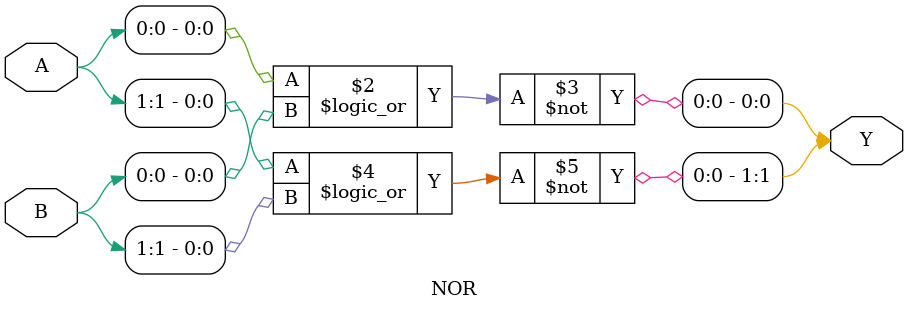
<source format=v>
module NOR(
	input [1:0 ]A, B,
	output reg [1:0] Y
);

always @*
begin
    Y[0] = ~(A[0] || B[0]);
    Y[1] = ~(A[1] || B[1]);
end

endmodule
</source>
